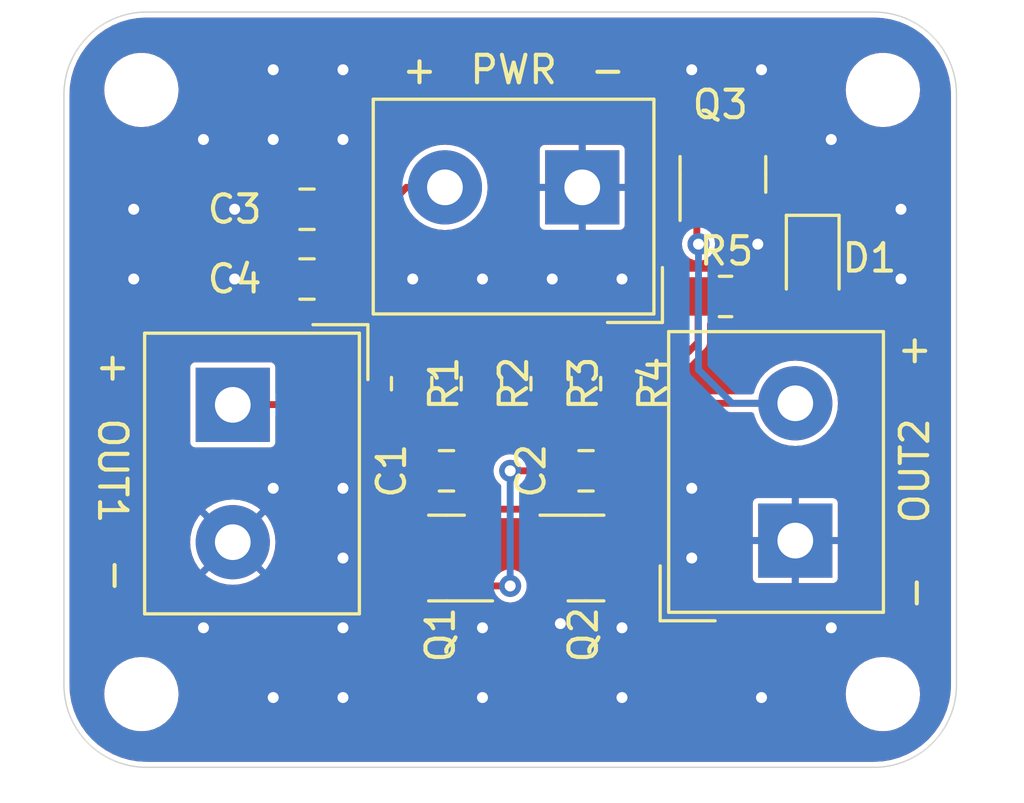
<source format=kicad_pcb>
(kicad_pcb (version 20211014) (generator pcbnew)
  (layers (0 "F.Cu" signal) (31 "B.Cu" signal) (34 "B.Paste" user) (35 "F.Paste" user) (36 "B.SilkS" user "B.Silkscreen") (37 "F.SilkS" user "F.Silkscreen") (38 "B.Mask" user) (39 "F.Mask" user) (44 "Edge.Cuts" user))
  (net 0 "")
  (net 1 "Net-(C1-Pad1)")
  (net 2 "/out1")
  (net 3 "Net-(C2-Pad2)")
  (net 4 "GND")
  (net 5 "/out2")
  (net 6 "Net-(C3-Pad1)")
  (net 7 "Net-(D1-Pad1)")
  (net 8 "Net-(D1-Pad2)")
  (footprint "MAS_Package_nostd:KLS2-301-5.00-02P-2S" (layer "F.Cu") (at 110.3275 100.4675 -90)
    (fp_text reference "J1" hide)
    (fp_text value "KLS2-301-5.00-02P-2S")
    (fp_line (start 7.61 -4.61) (end 7.61 3.21) (layer "F.SilkS") (width 0.12))
    (fp_line (start -2.61 -4.61) (end 7.61 -4.61) (layer "F.SilkS") (width 0.12))
    (fp_line (start 7.61 3.21) (end -2.61 3.21) (layer "F.SilkS") (width 0.12))
    (fp_line (start -2.61 -4.61) (end -2.61 3.21) (layer "F.SilkS") (width 0.12))
    (fp_line (start -2.92 -4.92) (end -2.92 -2.92) (layer "F.SilkS") (width 0.12))
    (fp_line (start -2.92 -4.92) (end -0.92 -4.92) (layer "F.SilkS") (width 0.12))
    (pad "1" thru_hole rect locked (at 0 0 270) (size 2.7 2.7) (drill 1.3) (layers *.Cu *.Mask) (net 2 "/out1"))
    (pad "2" thru_hole circle locked (at 5 0 270) (size 2.7 2.7) (drill 1.3) (layers *.Cu *.Mask) (net 4 "GND"))
  )
  (footprint "Package_TO_SOT_SMD:SOT-23" (layer "F.Cu") (at 123.19 106.045)
    (fp_text reference "Q2" (at -0.095 2.794 90) (layer "F.SilkS"))
    (fp_text value "BC817")
    (fp_line (start 0 1.56) (end 0.65 1.56) (layer "F.SilkS") (width 0.12))
    (fp_line (start 0 -1.56) (end -1.675 -1.56) (layer "F.SilkS") (width 0.12))
    (fp_line (start 0 1.56) (end -0.65 1.56) (layer "F.SilkS") (width 0.12))
    (fp_line (start 0 -1.56) (end 0.65 -1.56) (layer "F.SilkS") (width 0.12))
    (pad "1" smd roundrect (at -0.9375 -0.95) (size 1.475 0.6) (layers "F.Cu" "F.Paste" "F.Mask") (net 1 "Net-(C1-Pad1)"))
    (pad "2" smd roundrect (at -0.9375 0.95) (size 1.475 0.6) (layers "F.Cu" "F.Paste" "F.Mask") (net 4 "GND"))
    (pad "3" smd roundrect (at 0.9375 0) (size 1.475 0.6) (layers "F.Cu" "F.Paste" "F.Mask") (net 5 "/out2"))
  )
  (footprint "MountingHole:MountingHole_2.2mm_M2_DIN965" (layer "F.Cu") (at 107 89)
    (fp_text reference "H4" hide)
    (fp_text value "MountingHole")
    (pad "" np_thru_hole circle (at 0 0) (size 2.2 2.2) (drill 2.2) (layers *.Cu *.Mask))
  )
  (footprint "Package_TO_SOT_SMD:SOT-23" (layer "F.Cu") (at 128.175 92.075 90)
    (fp_text reference "Q3" (at 2.54 -0.095 180) (layer "F.SilkS"))
    (fp_text value "2N7002")
    (fp_line (start 0 1.56) (end -0.65 1.56) (layer "F.SilkS") (width 0.12))
    (fp_line (start 0 -1.56) (end -1.675 -1.56) (layer "F.SilkS") (width 0.12))
    (fp_line (start 0 1.56) (end 0.65 1.56) (layer "F.SilkS") (width 0.12))
    (fp_line (start 0 -1.56) (end 0.65 -1.56) (layer "F.SilkS") (width 0.12))
    (pad "1" smd roundrect (at -0.9375 -0.95 90) (size 1.475 0.6) (layers "F.Cu" "F.Paste" "F.Mask") (net 5 "/out2"))
    (pad "2" smd roundrect (at -0.9375 0.95 90) (size 1.475 0.6) (layers "F.Cu" "F.Paste" "F.Mask") (net 4 "GND"))
    (pad "3" smd roundrect (at 0.9375 0 90) (size 1.475 0.6) (layers "F.Cu" "F.Paste" "F.Mask") (net 7 "Net-(D1-Pad1)"))
  )
  (footprint "Capacitor_SMD:C_0805_2012Metric" (layer "F.Cu") (at 113.03 95.885 180)
    (fp_text reference "C4" (at 2.635 0) (layer "F.SilkS"))
    (fp_text value "100n")
    (fp_line (start -0.261252 0.735) (end 0.261252 0.735) (layer "F.SilkS") (width 0.12))
    (fp_line (start -0.261252 -0.735) (end 0.261252 -0.735) (layer "F.SilkS") (width 0.12))
    (pad "1" smd roundrect (at -0.95 0 180) (size 1 1.45) (layers "F.Cu" "F.Paste" "F.Mask") (net 6 "Net-(C3-Pad1)"))
    (pad "2" smd roundrect (at 0.95 0 180) (size 1 1.45) (layers "F.Cu" "F.Paste" "F.Mask") (net 4 "GND"))
  )
  (footprint "Capacitor_SMD:C_0805_2012Metric" (layer "F.Cu") (at 113.03 93.345 180)
    (fp_text reference "C3" (at 2.635 0) (layer "F.SilkS"))
    (fp_text value "100n")
    (fp_line (start -0.261252 0.735) (end 0.261252 0.735) (layer "F.SilkS") (width 0.12))
    (fp_line (start -0.261252 -0.735) (end 0.261252 -0.735) (layer "F.SilkS") (width 0.12))
    (pad "1" smd roundrect (at -0.95 0 180) (size 1 1.45) (layers "F.Cu" "F.Paste" "F.Mask") (net 6 "Net-(C3-Pad1)"))
    (pad "2" smd roundrect (at 0.95 0 180) (size 1 1.45) (layers "F.Cu" "F.Paste" "F.Mask") (net 4 "GND"))
  )
  (footprint "Resistor_SMD:R_0805_2012Metric_Pad1.20x1.40mm_HandSolder" (layer "F.Cu") (at 119.38 99.695 -90)
    (fp_text reference "R2" (at 0 -1.175 90) (layer "F.SilkS"))
    (fp_text value "4.7k")
    (fp_line (start -0.227064 -0.735) (end 0.227064 -0.735) (layer "F.SilkS") (width 0.12))
    (fp_line (start -0.227064 0.735) (end 0.227064 0.735) (layer "F.SilkS") (width 0.12))
    (pad "1" smd roundrect (at -1 0 270) (size 1.2 1.4) (layers "F.Cu" "F.Paste" "F.Mask") (roundrect_rratio 0.2083333333) (net 6 "Net-(C3-Pad1)"))
    (pad "2" smd roundrect (at 1 0 270) (size 1.2 1.4) (layers "F.Cu" "F.Paste" "F.Mask") (roundrect_rratio 0.2083333333) (net 1 "Net-(C1-Pad1)"))
  )
  (footprint "MAS_Package_nostd:KLS2-301-5.00-02P-2S" (layer "F.Cu") (at 123.0525 92.5475 180)
    (fp_text reference "J2" hide)
    (fp_text value "KLS2-301-5.00-02P-2S")
    (fp_line (start -2.92 -4.92) (end -2.92 -2.92) (layer "F.SilkS") (width 0.12))
    (fp_line (start -2.61 -4.61) (end 7.61 -4.61) (layer "F.SilkS") (width 0.12))
    (fp_line (start 7.61 3.21) (end -2.61 3.21) (layer "F.SilkS") (width 0.12))
    (fp_line (start 7.61 -4.61) (end 7.61 3.21) (layer "F.SilkS") (width 0.12))
    (fp_line (start -2.61 -4.61) (end -2.61 3.21) (layer "F.SilkS") (width 0.12))
    (fp_line (start -2.92 -4.92) (end -0.92 -4.92) (layer "F.SilkS") (width 0.12))
    (pad "1" thru_hole rect locked (at 0 0 180) (size 2.7 2.7) (drill 1.3) (layers *.Cu *.Mask) (net 4 "GND"))
    (pad "2" thru_hole circle locked (at 5 0 180) (size 2.7 2.7) (drill 1.3) (layers *.Cu *.Mask) (net 6 "Net-(C3-Pad1)"))
  )
  (footprint "Capacitor_SMD:C_0805_2012Metric" (layer "F.Cu") (at 123.19 102.87 180)
    (fp_text reference "C2" (at 2 0 90) (layer "F.SilkS"))
    (fp_text value "100p")
    (fp_line (start -0.261252 -0.735) (end 0.261252 -0.735) (layer "F.SilkS") (width 0.12))
    (fp_line (start -0.261252 0.735) (end 0.261252 0.735) (layer "F.SilkS") (width 0.12))
    (pad "1" smd roundrect (at -0.95 0 180) (size 1 1.45) (layers "F.Cu" "F.Paste" "F.Mask") (net 5 "/out2"))
    (pad "2" smd roundrect (at 0.95 0 180) (size 1 1.45) (layers "F.Cu" "F.Paste" "F.Mask") (net 3 "Net-(C2-Pad2)"))
  )
  (footprint "Package_TO_SOT_SMD:SOT-23" (layer "F.Cu") (at 118.11 106.045 180)
    (fp_text reference "Q1" (at 0.222 -2.794 90) (layer "F.SilkS"))
    (fp_text value "BC817")
    (fp_line (start 0 1.56) (end -0.65 1.56) (layer "F.SilkS") (width 0.12))
    (fp_line (start 0 -1.56) (end 0.65 -1.56) (layer "F.SilkS") (width 0.12))
    (fp_line (start 0 1.56) (end 0.65 1.56) (layer "F.SilkS") (width 0.12))
    (fp_line (start 0 -1.56) (end -1.675 -1.56) (layer "F.SilkS") (width 0.12))
    (pad "1" smd roundrect (at -0.9375 -0.95 180) (size 1.475 0.6) (layers "F.Cu" "F.Paste" "F.Mask") (net 3 "Net-(C2-Pad2)"))
    (pad "2" smd roundrect (at -0.9375 0.95 180) (size 1.475 0.6) (layers "F.Cu" "F.Paste" "F.Mask") (net 4 "GND"))
    (pad "3" smd roundrect (at 0.9375 0 180) (size 1.475 0.6) (layers "F.Cu" "F.Paste" "F.Mask") (net 2 "/out1"))
  )
  (footprint "Capacitor_SMD:C_0805_2012Metric" (layer "F.Cu") (at 118.11 102.87 180)
    (fp_text reference "C1" (at 2 0 90) (layer "F.SilkS"))
    (fp_text value "100p")
    (fp_line (start -0.261252 -0.735) (end 0.261252 -0.735) (layer "F.SilkS") (width 0.12))
    (fp_line (start -0.261252 0.735) (end 0.261252 0.735) (layer "F.SilkS") (width 0.12))
    (pad "1" smd roundrect (at -0.95 0 180) (size 1 1.45) (layers "F.Cu" "F.Paste" "F.Mask") (net 1 "Net-(C1-Pad1)"))
    (pad "2" smd roundrect (at 0.95 0 180) (size 1 1.45) (layers "F.Cu" "F.Paste" "F.Mask") (net 2 "/out1"))
  )
  (footprint "Resistor_SMD:R_0805_2012Metric_Pad1.20x1.40mm_HandSolder" (layer "F.Cu") (at 128.27 96.52 180)
    (fp_text reference "R5" (at -0.032 1.651) (layer "F.SilkS"))
    (fp_text value "4.7k")
    (fp_line (start -0.227064 0.735) (end 0.227064 0.735) (layer "F.SilkS") (width 0.12))
    (fp_line (start -0.227064 -0.735) (end 0.227064 -0.735) (layer "F.SilkS") (width 0.12))
    (pad "1" smd roundrect (at -1 0 180) (size 1.2 1.4) (layers "F.Cu" "F.Paste" "F.Mask") (roundrect_rratio 0.2083333333) (net 8 "Net-(D1-Pad2)"))
    (pad "2" smd roundrect (at 1 0 180) (size 1.2 1.4) (layers "F.Cu" "F.Paste" "F.Mask") (roundrect_rratio 0.2083333333) (net 6 "Net-(C3-Pad1)"))
  )
  (footprint "MountingHole:MountingHole_2.2mm_M2_DIN965" (layer "F.Cu") (at 107 111)
    (fp_text reference "H1" hide)
    (fp_text value "MountingHole")
    (pad "" np_thru_hole circle (at 0 0) (size 2.2 2.2) (drill 2.2) (layers *.Cu *.Mask))
  )
  (footprint "MountingHole:MountingHole_2.2mm_M2_DIN965" (layer "F.Cu") (at 134 89)
    (fp_text reference "H3" hide)
    (fp_text value "MountingHole")
    (pad "" np_thru_hole circle (at 0 0) (size 2.2 2.2) (drill 2.2) (layers *.Cu *.Mask))
  )
  (footprint "MAS_Package_nostd:KLS2-301-5.00-02P-2S" (layer "F.Cu") (at 130.81 105.41 90)
    (fp_text reference "J3" hide)
    (fp_text value "KLS2-301-5.00-02P-2S")
    (fp_line (start -2.92 -4.92) (end -2.92 -2.92) (layer "F.SilkS") (width 0.12))
    (fp_line (start -2.61 -4.61) (end -2.61 3.21) (layer "F.SilkS") (width 0.12))
    (fp_line (start -2.61 -4.61) (end 7.61 -4.61) (layer "F.SilkS") (width 0.12))
    (fp_line (start 7.61 3.21) (end -2.61 3.21) (layer "F.SilkS") (width 0.12))
    (fp_line (start -2.92 -4.92) (end -0.92 -4.92) (layer "F.SilkS") (width 0.12))
    (fp_line (start 7.61 -4.61) (end 7.61 3.21) (layer "F.SilkS") (width 0.12))
    (pad "1" thru_hole rect locked (at 0 0 90) (size 2.7 2.7) (drill 1.3) (layers *.Cu *.Mask) (net 4 "GND"))
    (pad "2" thru_hole circle locked (at 5 0 90) (size 2.7 2.7) (drill 1.3) (layers *.Cu *.Mask) (net 5 "/out2"))
  )
  (footprint "LED_SMD:LED_0805_2012Metric" (layer "F.Cu") (at 131.445 95.25 -90)
    (fp_text reference "D1" (at -0.127 -2.064 180) (layer "F.SilkS"))
    (fp_text value "LED_Green")
    (fp_line (start -1.685 -0.96) (end -1.685 0.96) (layer "F.SilkS") (width 0.12))
    (fp_line (start -1.685 0.96) (end 1 0.96) (layer "F.SilkS") (width 0.12))
    (fp_line (start 1 -0.96) (end -1.685 -0.96) (layer "F.SilkS") (width 0.12))
    (pad "1" smd roundrect (at -0.9375 0 270) (size 0.975 1.4) (layers "F.Cu" "F.Paste" "F.Mask") (net 7 "Net-(D1-Pad1)"))
    (pad "2" smd roundrect (at 0.9375 0 270) (size 0.975 1.4) (layers "F.Cu" "F.Paste" "F.Mask") (net 8 "Net-(D1-Pad2)"))
  )
  (footprint "Resistor_SMD:R_0805_2012Metric_Pad1.20x1.40mm_HandSolder" (layer "F.Cu") (at 116.84 99.695 -90)
    (fp_text reference "R1" (at 0 -1.175 90) (layer "F.SilkS"))
    (fp_text value "22k")
    (fp_line (start -0.227064 0.735) (end 0.227064 0.735) (layer "F.SilkS") (width 0.12))
    (fp_line (start -0.227064 -0.735) (end 0.227064 -0.735) (layer "F.SilkS") (width 0.12))
    (pad "1" smd roundrect (at -1 0 270) (size 1.2 1.4) (layers "F.Cu" "F.Paste" "F.Mask") (roundrect_rratio 0.2083333333) (net 6 "Net-(C3-Pad1)"))
    (pad "2" smd roundrect (at 1 0 270) (size 1.2 1.4) (layers "F.Cu" "F.Paste" "F.Mask") (roundrect_rratio 0.2083333333) (net 2 "/out1"))
  )
  (footprint "Resistor_SMD:R_0805_2012Metric_Pad1.20x1.40mm_HandSolder" (layer "F.Cu") (at 124.46 99.695 -90)
    (fp_text reference "R4" (at 0 -1.175 90) (layer "F.SilkS"))
    (fp_text value "22k")
    (fp_line (start -0.227064 0.735) (end 0.227064 0.735) (layer "F.SilkS") (width 0.12))
    (fp_line (start -0.227064 -0.735) (end 0.227064 -0.735) (layer "F.SilkS") (width 0.12))
    (pad "1" smd roundrect (at -1 0 270) (size 1.2 1.4) (layers "F.Cu" "F.Paste" "F.Mask") (roundrect_rratio 0.2083333333) (net 6 "Net-(C3-Pad1)"))
    (pad "2" smd roundrect (at 1 0 270) (size 1.2 1.4) (layers "F.Cu" "F.Paste" "F.Mask") (roundrect_rratio 0.2083333333) (net 5 "/out2"))
  )
  (footprint "Resistor_SMD:R_0805_2012Metric_Pad1.20x1.40mm_HandSolder" (layer "F.Cu") (at 121.92 99.695 -90)
    (fp_text reference "R3" (at 0 -1.175 90) (layer "F.SilkS"))
    (fp_text value "4.7k")
    (fp_line (start -0.227064 0.735) (end 0.227064 0.735) (layer "F.SilkS") (width 0.12))
    (fp_line (start -0.227064 -0.735) (end 0.227064 -0.735) (layer "F.SilkS") (width 0.12))
    (pad "1" smd roundrect (at -1 0 270) (size 1.2 1.4) (layers "F.Cu" "F.Paste" "F.Mask") (roundrect_rratio 0.2083333333) (net 6 "Net-(C3-Pad1)"))
    (pad "2" smd roundrect (at 1 0 270) (size 1.2 1.4) (layers "F.Cu" "F.Paste" "F.Mask") (roundrect_rratio 0.2083333333) (net 3 "Net-(C2-Pad2)"))
  )
  (footprint "MountingHole:MountingHole_2.2mm_M2_DIN965" (layer "F.Cu") (at 134 111)
    (fp_text reference "H2" hide)
    (fp_text value "MountingHole")
    (pad "" np_thru_hole circle (at 0 0) (size 2.2 2.2) (drill 2.2) (layers *.Cu *.Mask))
  )
  (gr_line (start 107.18 113.665) (end 133.68 113.665) (layer "Edge.Cuts") (width 0.05))
  (gr_arc (start 107.18 113.665) (mid 105.05868 112.78632) (end 104.18 110.665) (layer "Edge.Cuts") (width 0.05))
  (gr_arc (start 136.68 110.665) (mid 135.80132 112.78632) (end 133.68 113.665) (layer "Edge.Cuts") (width 0.05))
  (gr_line (start 133.68 86.165) (end 107.18 86.165) (layer "Edge.Cuts") (width 0.05))
  (gr_arc (start 104.18 89.165) (mid 105.05868 87.04368) (end 107.18 86.165) (layer "Edge.Cuts") (width 0.05))
  (gr_line (start 136.68 110.665) (end 136.68 89.165) (layer "Edge.Cuts") (width 0.05))
  (gr_line (start 104.18 89.165) (end 104.18 110.665) (layer "Edge.Cuts") (width 0.05))
  (gr_arc (start 133.68 86.165) (mid 135.80132 87.04368) (end 136.68 89.165) (layer "Edge.Cuts") (width 0.05))
  (gr_text "+" (at 105.95 99.06) (layer "F.SilkS") (effects (font (size 1 1))))
  (gr_text "-" (at 105.95 106.68 90) (layer "F.SilkS") (effects (font (size 1 1))))
  (gr_text "OUT1" (at 105.95 102.87 270) (layer "F.SilkS") (effects (font (size 1 1))))
  (gr_text "+" (at 117.126 88.265) (layer "F.SilkS") (effects (font (size 1 1))))
  (gr_text "OUT2" (at 135.16 102.87 90) (layer "F.SilkS") (effects (font (size 1 1))))
  (gr_text "-" (at 135.16 107.315 90) (layer "F.SilkS") (effects (font (size 1 1))))
  (gr_text "-" (at 123.984 88.265) (layer "F.SilkS") (effects (font (size 1 1))))
  (gr_text "PWR" (at 120.555 88.265) (layer "F.SilkS") (effects (font (size 1 1))))
  (gr_text "+" (at 135.16 98.425) (layer "F.SilkS") (effects (font (size 1 1))))
  (segment (start 119.412 104.267) (end 121.952 104.267) (width 0.25) (layer "F.Cu") (net 1))
  (segment (start 119.06 101.825) (end 119.06 102.87) (width 0.25) (layer "F.Cu") (net 1))
  (segment (start 122.2525 104.5675) (end 122.2525 105.095) (width 0.25) (layer "F.Cu") (net 1))
  (segment (start 119.06 102.87) (end 119.06 103.915) (width 0.25) (layer "F.Cu") (net 1))
  (segment (start 119.38 101.505) (end 119.06 101.825) (width 0.25) (layer "F.Cu") (net 1))
  (segment (start 119.38 100.695) (end 119.38 101.505) (width 0.25) (layer "F.Cu") (net 1))
  (segment (start 121.952 104.267) (end 122.2525 104.5675) (width 0.25) (layer "F.Cu") (net 1))
  (segment (start 119.06 103.915) (end 119.412 104.267) (width 0.25) (layer "F.Cu") (net 1))
  (segment (start 117.16 106.0325) (end 117.1725 106.045) (width 0.25) (layer "F.Cu") (net 2))
  (segment (start 114.602 100.457) (end 110.338 100.457) (width 0.25) (layer "F.Cu") (net 2))
  (segment (start 110.338 100.457) (end 110.3275 100.4675) (width 0.25) (layer "F.Cu") (net 2))
  (segment (start 114.84 100.695) (end 114.602 100.457) (width 0.25) (layer "F.Cu") (net 2))
  (segment (start 117.16 101.88) (end 116.84 101.56) (width 0.25) (layer "F.Cu") (net 2))
  (segment (start 116.84 101.56) (end 116.84 100.695) (width 0.25) (layer "F.Cu") (net 2))
  (segment (start 117.16 102.87) (end 117.16 106.0325) (width 0.25) (layer "F.Cu") (net 2))
  (segment (start 117.16 102.87) (end 117.16 101.88) (width 0.25) (layer "F.Cu") (net 2))
  (segment (start 116.84 100.695) (end 114.84 100.695) (width 0.25) (layer "F.Cu") (net 2))
  (segment (start 121.92 101.56) (end 122.24 101.88) (width 0.25) (layer "F.Cu") (net 3))
  (segment (start 120.428 107.061) (end 119.1135 107.061) (width 0.25) (layer "F.Cu") (net 3))
  (segment (start 121.92 100.695) (end 121.92 101.56) (width 0.25) (layer "F.Cu") (net 3))
  (segment (start 120.428 102.87) (end 122.24 102.87) (width 0.25) (layer "F.Cu") (net 3))
  (segment (start 122.24 101.88) (end 122.24 102.87) (width 0.25) (layer "F.Cu") (net 3))
  (segment (start 119.1135 107.061) (end 119.0475 106.995) (width 0.25) (layer "F.Cu") (net 3))
  (via (at 120.428 102.87) (size 0.8) (drill 0.4) (layers "F.Cu" "B.Cu") (net 3))
  (via (at 120.428 107.061) (size 0.8) (drill 0.4) (layers "F.Cu" "B.Cu") (net 3))
  (segment (start 120.428 102.87) (end 120.428 107.061) (width 0.25) (layer "B.Cu") (net 3))
  (segment (start 122.2525 108.4283) (end 122.2525 106.995) (width 0.25) (layer "F.Cu") (net 4))
  (segment (start 129.125 93.0125) (end 129.125 94.295) (width 0.25) (layer "F.Cu") (net 4))
  (segment (start 129.125 94.295) (end 129.445 94.615) (width 0.25) (layer "F.Cu") (net 4))
  (segment (start 112.046 93.311) (end 112.08 93.345) (width 0.25) (layer "F.Cu") (net 4))
  (segment (start 110.429 93.311) (end 112.046 93.311) (width 0.25) (layer "F.Cu") (net 4))
  (segment (start 120.3525 105.095) (end 122.2525 106.995) (width 0.25) (layer "F.Cu") (net 4))
  (segment (start 122.2568 108.4326) (end 122.2525 108.4283) (width 0.25) (layer "F.Cu") (net 4))
  (segment (start 110.395 95.885) (end 112.08 95.885) (width 0.25) (layer "F.Cu") (net 4))
  (segment (start 110.395 93.345) (end 110.429 93.311) (width 0.25) (layer "F.Cu") (net 4))
  (segment (start 119.0475 105.095) (end 120.3525 105.095) (width 0.25) (layer "F.Cu") (net 4))
  (via (at 114.34 111.125) (size 0.8) (drill 0.4) (layers "F.Cu" "B.Cu") (net 4))
  (via (at 116.88 95.885) (size 0.8) (drill 0.4) (layers "F.Cu" "B.Cu") (net 4))
  (via (at 132.12 108.585) (size 0.8) (drill 0.4) (layers "F.Cu" "B.Cu") (net 4))
  (via (at 124.5 111.125) (size 0.8) (drill 0.4) (layers "F.Cu" "B.Cu") (net 4))
  (via (at 119.42 95.885) (size 0.8) (drill 0.4) (layers "F.Cu" "B.Cu") (net 4))
  (via (at 114.34 108.585) (size 0.8) (drill 0.4) (layers "F.Cu" "B.Cu") (net 4))
  (via (at 124.5 95.885) (size 0.8) (drill 0.4) (layers "F.Cu" "B.Cu") (net 4))
  (via (at 111.8 90.805) (size 0.8) (drill 0.4) (layers "F.Cu" "B.Cu") (net 4))
  (via (at 114.34 88.265) (size 0.8) (drill 0.4) (layers "F.Cu" "B.Cu") (net 4))
  (via (at 114.34 106.045) (size 0.8) (drill 0.4) (layers "F.Cu" "B.Cu") (net 4))
  (via (at 109.26 90.805) (size 0.8) (drill 0.4) (layers "F.Cu" "B.Cu") (net 4))
  (via (at 119.42 111.125) (size 0.8) (drill 0.4) (layers "F.Cu" "B.Cu") (net 4))
  (via (at 124.5 108.585) (size 0.8) (drill 0.4) (layers "F.Cu" "B.Cu") (net 4))
  (via (at 110.395 95.885) (size 0.8) (drill 0.4) (layers "F.Cu" "B.Cu") (net 4))
  (via (at 109.26 108.585) (size 0.8) (drill 0.4) (layers "F.Cu" "B.Cu") (net 4))
  (via (at 129.58 111.125) (size 0.8) (drill 0.4) (layers "F.Cu" "B.Cu") (net 4))
  (via (at 122.2568 108.4326) (size 0.8) (drill 0.4) (layers "F.Cu" "B.Cu") (net 4))
  (via (at 129.58 88.265) (size 0.8) (drill 0.4) (layers "F.Cu" "B.Cu") (net 4))
  (via (at 134.66 95.885) (size 0.8) (drill 0.4) (layers "F.Cu" "B.Cu") (net 4))
  (via (at 114.34 103.505) (size 0.8) (drill 0.4) (layers "F.Cu" "B.Cu") (net 4))
  (via (at 111.8 88.265) (size 0.8) (drill 0.4) (layers "F.Cu" "B.Cu") (net 4))
  (via (at 110.395 93.345) (size 0.8) (drill 0.4) (layers "F.Cu" "B.Cu") (net 4))
  (via (at 121.96 95.885) (size 0.8) (drill 0.4) (layers "F.Cu" "B.Cu") (net 4))
  (via (at 129.445 94.615) (size 0.8) (drill 0.4) (layers "F.Cu" "B.Cu") (net 4))
  (via (at 134.66 93.345) (size 0.8) (drill 0.4) (layers "F.Cu" "B.Cu") (net 4))
  (via (at 114.34 90.805) (size 0.8) (drill 0.4) (layers "F.Cu" "B.Cu") (net 4))
  (via (at 111.8 111.125) (size 0.8) (drill 0.4) (layers "F.Cu" "B.Cu") (net 4))
  (via (at 127.04 106.045) (size 0.8) (drill 0.4) (layers "F.Cu" "B.Cu") (net 4))
  (via (at 111.8 103.505) (size 0.8) (drill 0.4) (layers "F.Cu" "B.Cu") (net 4))
  (via (at 106.72 93.345) (size 0.8) (drill 0.4) (layers "F.Cu" "B.Cu") (net 4))
  (via (at 127.04 88.265) (size 0.8) (drill 0.4) (layers "F.Cu" "B.Cu") (net 4))
  (via (at 132.12 90.805) (size 0.8) (drill 0.4) (layers "F.Cu" "B.Cu") (net 4))
  (via (at 119.42 108.585) (size 0.8) (drill 0.4) (layers "F.Cu" "B.Cu") (net 4))
  (via (at 127.04 103.505) (size 0.8) (drill 0.4) (layers "F.Cu" "B.Cu") (net 4))
  (via (at 106.72 95.885) (size 0.8) (drill 0.4) (layers "F.Cu" "B.Cu") (net 4))
  (segment (start 127.225 94.554) (end 127.286 94.615) (width 0.25) (layer "F.Cu") (net 5))
  (segment (start 124.14 101.825) (end 124.14 102.87) (width 0.25) (layer "F.Cu") (net 5))
  (segment (start 126.571 100.41) (end 130.81 100.41) (width 0.25) (layer "F.Cu") (net 5))
  (segment (start 127.225 93.0125) (end 127.225 94.554) (width 0.25) (layer "F.Cu") (net 5))
  (segment (start 124.1275 102.8825) (end 124.14 102.87) (width 0.25) (layer "F.Cu") (net 5))
  (segment (start 124.476 100.711) (end 126.27 100.711) (width 0.25) (layer "F.Cu") (net 5))
  (segment (start 124.46 100.695) (end 124.46 101.505) (width 0.25) (layer "F.Cu") (net 5))
  (segment (start 124.1275 106.045) (end 124.1275 102.8825) (width 0.25) (layer "F.Cu") (net 5))
  (segment (start 126.27 100.711) (end 126.571 100.41) (width 0.25) (layer "F.Cu") (net 5))
  (segment (start 124.46 101.505) (end 124.14 101.825) (width 0.25) (layer "F.Cu") (net 5))
  (segment (start 124.46 100.695) (end 124.476 100.711) (width 0.25) (layer "F.Cu") (net 5))
  (via (at 127.286 94.615) (size 0.8) (drill 0.4) (layers "F.Cu" "B.Cu") (net 5))
  (segment (start 128.509 100.41) (end 130.81 100.41) (width 0.25) (layer "B.Cu") (net 5))
  (segment (start 127.286 94.615) (end 127.286 99.187) (width 0.25) (layer "B.Cu") (net 5))
  (segment (start 127.286 99.187) (end 128.509 100.41) (width 0.25) (layer "B.Cu") (net 5))
  (segment (start 127.27 96.52) (end 127.27 98.187) (width 0.25) (layer "F.Cu") (net 6))
  (segment (start 113.98 95.885) (end 113.98 93.345) (width 0.25) (layer "F.Cu") (net 6))
  (segment (start 119.38 98.695) (end 116.84 98.695) (width 0.25) (layer "F.Cu") (net 6))
  (segment (start 124.46 98.695) (end 121.92 98.695) (width 0.25) (layer "F.Cu") (net 6))
  (segment (start 126.762 98.695) (end 124.46 98.695) (width 0.25) (layer "F.Cu") (net 6))
  (segment (start 115.856 93.345) (end 116.6535 92.5475) (width 0.25) (layer "F.Cu") (net 6))
  (segment (start 114.475 98.695) (end 113.98 98.2) (width 0.25) (layer "F.Cu") (net 6))
  (segment (start 113.98 98.2) (end 113.98 95.885) (width 0.25) (layer "F.Cu") (net 6))
  (segment (start 113.98 93.345) (end 115.856 93.345) (width 0.25) (layer "F.Cu") (net 6))
  (segment (start 116.84 98.695) (end 114.475 98.695) (width 0.25) (layer "F.Cu") (net 6))
  (segment (start 121.92 98.695) (end 119.38 98.695) (width 0.25) (layer "F.Cu") (net 6))
  (segment (start 127.27 98.187) (end 126.762 98.695) (width 0.25) (layer "F.Cu") (net 6))
  (segment (start 116.6535 92.5475) (end 118.0525 92.5475) (width 0.25) (layer "F.Cu") (net 6))
  (segment (start 131.445 92.17) (end 130.4125 91.1375) (width 0.25) (layer "F.Cu") (net 7))
  (segment (start 130.4125 91.1375) (end 128.175 91.1375) (width 0.25) (layer "F.Cu") (net 7))
  (segment (start 131.445 94.3125) (end 131.445 92.17) (width 0.25) (layer "F.Cu") (net 7))
  (segment (start 129.6025 96.1875) (end 129.27 96.52) (width 0.25) (layer "F.Cu") (net 8))
  (segment (start 131.445 96.1875) (end 129.6025 96.1875) (width 0.25) (layer "F.Cu") (net 8))
  (zone (net 4) (net_name "GND") (layer "F.Cu") (connect_pads (clearance 0.2)) (min_thickness 0.2) (fill yes (thermal_gap 0.2) (thermal_bridge_width 0.25) (smoothing chamfer) (radius 0.5))
    (polygon (pts (xy 137.065 114.3) (xy 104.045 114.3) (xy 104.045 85.725) (xy 137.065 85.725)))
  )
  (zone (net 4) (net_name "GND") (layer "B.Cu") (connect_pads (clearance 0.2)) (min_thickness 0.2) (fill yes (thermal_gap 0.2) (thermal_bridge_width 0.25) (smoothing chamfer) (radius 0.5))
    (polygon (pts (xy 137.065 114.3) (xy 104.045 114.3) (xy 104.045 85.725) (xy 137.065 85.725)))
  )
)
</source>
